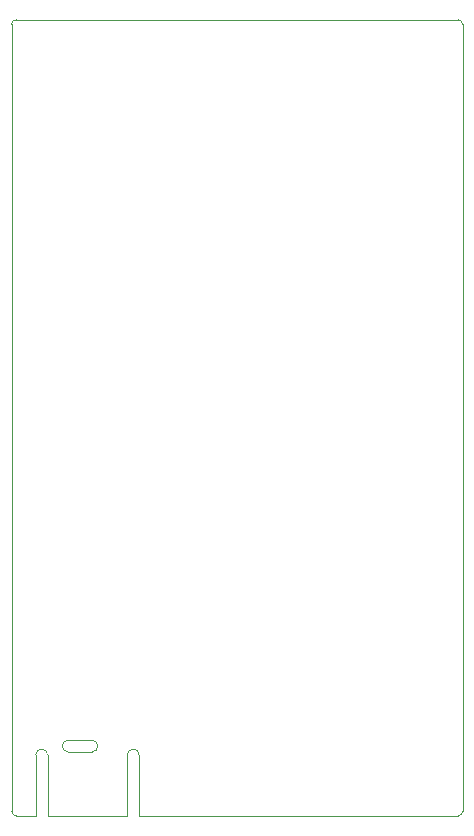
<source format=gbr>
G04 #@! TF.GenerationSoftware,KiCad,Pcbnew,(5.1.4)-1*
G04 #@! TF.CreationDate,2023-08-30T15:36:27+02:00*
G04 #@! TF.ProjectId,BeeWeight_MKRWAN_V4,42656557-6569-4676-9874-5f4d4b525741,V4*
G04 #@! TF.SameCoordinates,Original*
G04 #@! TF.FileFunction,Profile,NP*
%FSLAX46Y46*%
G04 Gerber Fmt 4.6, Leading zero omitted, Abs format (unit mm)*
G04 Created by KiCad (PCBNEW (5.1.4)-1) date 2023-08-30 15:36:27*
%MOMM*%
%LPD*%
G04 APERTURE LIST*
%ADD10C,0.050000*%
G04 APERTURE END LIST*
D10*
X153250000Y-117400000D02*
X151600000Y-117400000D01*
X161000000Y-117400000D02*
X154250000Y-117400000D01*
X189000000Y-117400000D02*
X162000000Y-117400000D01*
X161000000Y-117250000D02*
X161000000Y-117400000D01*
X162000000Y-117250000D02*
X162000000Y-117400000D01*
X154250000Y-117250000D02*
X154250000Y-117400000D01*
X153250000Y-117250000D02*
X153250000Y-117400000D01*
X158000000Y-111000000D02*
G75*
G02X158000000Y-112000000I0J-500000D01*
G01*
X156000000Y-112000000D02*
G75*
G02X156000000Y-111000000I0J500000D01*
G01*
X158000000Y-112000000D02*
X156000000Y-112000000D01*
X156000000Y-111000000D02*
X158000000Y-111000000D01*
X161000000Y-112250000D02*
G75*
G02X162000000Y-112250000I500000J0D01*
G01*
X153250000Y-112250000D02*
G75*
G02X154250000Y-112250000I500000J0D01*
G01*
X153250000Y-112250000D02*
X153250000Y-117250000D01*
X154250000Y-117250000D02*
X154250000Y-112250000D01*
X162000000Y-112250000D02*
X162000000Y-117250000D01*
X161000000Y-117250000D02*
X161000000Y-112250000D01*
X189400000Y-117000000D02*
G75*
G02X189000000Y-117400000I-400000J0D01*
G01*
X151600000Y-117400000D02*
G75*
G02X151200000Y-117000000I0J400000D01*
G01*
X151200000Y-50400000D02*
G75*
G02X151600000Y-50000000I400000J0D01*
G01*
X189000000Y-50000000D02*
G75*
G02X189400000Y-50400000I0J-400000D01*
G01*
X189400000Y-117000000D02*
X189400000Y-50400000D01*
X151200000Y-50400000D02*
X151200000Y-117000000D01*
X189000000Y-50000000D02*
X151600000Y-50000000D01*
M02*

</source>
